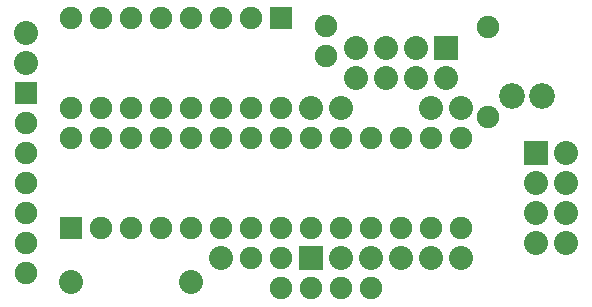
<source format=gts>
G04 (created by PCBNEW-RS274X (2012-01-19 BZR 3256)-stable) date 10/2/2012 11:56:40 PM*
G01*
G70*
G90*
%MOIN*%
G04 Gerber Fmt 3.4, Leading zero omitted, Abs format*
%FSLAX34Y34*%
G04 APERTURE LIST*
%ADD10C,0.006000*%
%ADD11C,0.080000*%
%ADD12R,0.080000X0.080000*%
%ADD13C,0.075000*%
%ADD14R,0.075000X0.075000*%
%ADD15C,0.086000*%
G04 APERTURE END LIST*
G54D10*
G54D11*
X53600Y-39900D03*
X49600Y-39900D03*
G54D12*
X57600Y-39100D03*
G54D11*
X58600Y-39100D03*
G54D13*
X59600Y-40100D03*
X58600Y-40100D03*
X57600Y-40100D03*
X56600Y-40100D03*
X50600Y-38100D03*
X51600Y-38100D03*
X52600Y-38100D03*
X53600Y-38100D03*
X54600Y-38100D03*
X55600Y-38100D03*
X56600Y-38100D03*
X57600Y-38100D03*
X58600Y-38100D03*
X59600Y-38100D03*
X60600Y-38100D03*
X61600Y-38100D03*
X62600Y-38100D03*
G54D14*
X49600Y-38100D03*
G54D13*
X62600Y-35100D03*
X61600Y-35100D03*
X60600Y-35100D03*
X59600Y-35100D03*
X58600Y-35100D03*
X57600Y-35100D03*
X56600Y-35100D03*
X55600Y-35100D03*
X54600Y-35100D03*
X53600Y-35100D03*
X52600Y-35100D03*
X51600Y-35100D03*
X50600Y-35100D03*
X49600Y-35100D03*
G54D12*
X65100Y-35600D03*
G54D11*
X66100Y-35600D03*
X65100Y-36600D03*
X66100Y-36600D03*
X65100Y-37600D03*
X66100Y-37600D03*
X65100Y-38600D03*
X66100Y-38600D03*
G54D15*
X64300Y-33700D03*
X65300Y-33700D03*
G54D14*
X56600Y-31100D03*
G54D13*
X55600Y-31100D03*
X54600Y-31100D03*
X53600Y-31100D03*
X52600Y-31100D03*
X51600Y-31100D03*
X50600Y-31100D03*
X49600Y-31100D03*
X49600Y-34100D03*
X50600Y-34100D03*
X51600Y-34100D03*
X52600Y-34100D03*
X53600Y-34100D03*
X54600Y-34100D03*
X55600Y-34100D03*
X56600Y-34100D03*
X56600Y-39100D03*
X55600Y-39100D03*
X58100Y-32350D03*
X58100Y-31350D03*
G54D12*
X62100Y-32100D03*
G54D11*
X62100Y-33100D03*
X61100Y-32100D03*
X61100Y-33100D03*
X60100Y-32100D03*
X60100Y-33100D03*
G54D14*
X48100Y-33600D03*
G54D13*
X48100Y-34600D03*
X48100Y-35600D03*
X48100Y-36600D03*
X48100Y-37600D03*
X48100Y-38600D03*
X48100Y-39600D03*
G54D11*
X48100Y-31600D03*
X48100Y-32600D03*
X61600Y-34100D03*
X62600Y-34100D03*
X62600Y-39100D03*
X57600Y-34100D03*
X59100Y-32100D03*
X59100Y-33100D03*
X58600Y-34100D03*
X59600Y-39100D03*
X60600Y-39100D03*
X61600Y-39100D03*
X54600Y-39100D03*
G54D13*
X63500Y-31400D03*
X63500Y-34400D03*
M02*

</source>
